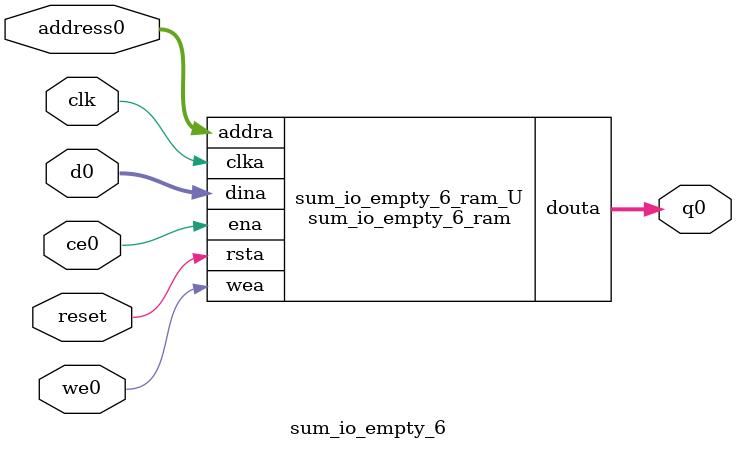
<source format=v>


`timescale 1ps/1ps
module sum_io_empty_6_ram # (

  // Common module parameters
  parameter integer                 MEMORY_SIZE        = 120000,
  parameter                         MEMORY_PRIMITIVE   = "ultra",
  parameter                         ECC_MODE           = "no_ecc",
  parameter                         MEMORY_INIT_FILE   = "none",
  parameter                         WAKEUP_TIME        = "disable_sleep",
  parameter integer                 MESSAGE_CONTROL    = 0,

  // Port A module parameters
  parameter integer                 WRITE_DATA_WIDTH_A = 6,
  parameter integer                 READ_DATA_WIDTH_A  = WRITE_DATA_WIDTH_A,
  parameter integer                 BYTE_WRITE_WIDTH_A = WRITE_DATA_WIDTH_A,
  parameter integer                 ADDR_WIDTH_A       = 15,
  parameter                         READ_RESET_VALUE_A = "0",
  parameter integer                 READ_LATENCY_A     = 2,
  parameter                         WRITE_MODE_A       = "read_first"

) (

  // Port A module ports
  input  wire                                               clka,
  input  wire                                               rsta,
  input  wire                                               ena,
  input  wire [(WRITE_DATA_WIDTH_A/BYTE_WRITE_WIDTH_A)-1:0] wea,
  input  wire [ADDR_WIDTH_A-1:0]                            addra,
  input  wire [WRITE_DATA_WIDTH_A-1:0]                      dina,
  output wire [READ_DATA_WIDTH_A-1:0]                       douta

);

// Set parameter values and connect ports to instantiate an XPM_MEMORY single port RAM configuration
xpm_memory_spram # (

  // Common module parameters
  .MEMORY_SIZE        (MEMORY_SIZE),   //positive integer
  .MEMORY_PRIMITIVE   (MEMORY_PRIMITIVE),      //string; "auto", "distributed", "block" or "ultra";
  .ECC_MODE           (ECC_MODE),      //do not change
  .MEMORY_INIT_FILE   (MEMORY_INIT_FILE), //string; "none" or "<filename>.mem" 
  .MEMORY_INIT_PARAM  (""), //string;
  .WAKEUP_TIME        (WAKEUP_TIME),      //string; "disable_sleep" or "use_sleep_pin"
  .MESSAGE_CONTROL    (MESSAGE_CONTROL),      //do not change

  // Port A module parameters
  .WRITE_DATA_WIDTH_A (WRITE_DATA_WIDTH_A),     //positive integer
  .READ_DATA_WIDTH_A  (READ_DATA_WIDTH_A),     //positive integer
  .BYTE_WRITE_WIDTH_A (BYTE_WRITE_WIDTH_A),     //integer; 8, 9, or WRITE_DATA_WIDTH_A value
  .ADDR_WIDTH_A       (ADDR_WIDTH_A),      //positive integer
  .READ_RESET_VALUE_A (READ_RESET_VALUE_A),  //string
  .READ_LATENCY_A     (READ_LATENCY_A),      //non-negative integer
  .WRITE_MODE_A       (WRITE_MODE_A)       //string; "write_first", "read_first", "no_change"

) xpm_memory_spram_inst (

  // Common module ports
  .sleep          (1'b0),  //do not change

  // Port A module ports
  .clka           (clka),
  .rsta           (rsta),
  .ena            (ena),
  .regcea         (1'b1),  //do not change
  .wea            (wea),
  .addra          (addra),
  .dina           (dina),
  .injectsbiterra (1'b0),  //do not change
  .injectdbiterra (1'b0),  //do not change
  .douta          (douta),
  .sbiterra       (),      //do not change
  .dbiterra       ()       //do not change

);

endmodule : sum_io_empty_6_ram

`timescale 1 ns / 1 ps
module sum_io_empty_6(
    reset,
    clk,
    address0,
    ce0,
    we0,
    d0,
    q0);

parameter DataWidth = 32'd6;
parameter AddressRange = 32'd20000;
parameter AddressWidth = 32'd15;
input reset;
input clk;
input[AddressWidth - 1:0] address0;
input ce0;
input we0;
input[DataWidth - 1:0] d0;
output[DataWidth - 1:0] q0;



sum_io_empty_6_ram sum_io_empty_6_ram_U(
    .clka( clk ),
    .rsta( reset ),
    .addra( address0 ),
    .ena( ce0 ),
    .dina( d0 ),
    .wea( we0 ),
    .douta( q0 ));

endmodule


</source>
